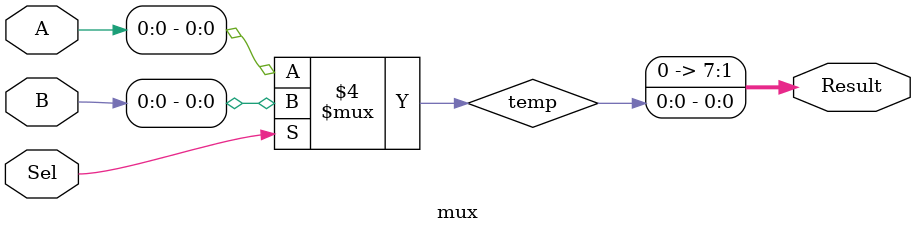
<source format=v>
`timescale 1ns / 1ps
module mux(
    input [7:0] A,
    input [7:0] B,
    input Sel,
    output [7:0] Result
    );
	 
	 reg temp;
	 assign Result = temp;
	 
	 always@(*) 
	   begin
	   if(Sel == 0)
		  temp <= A;
		else
		  temp <= B;
	 end
endmodule

</source>
